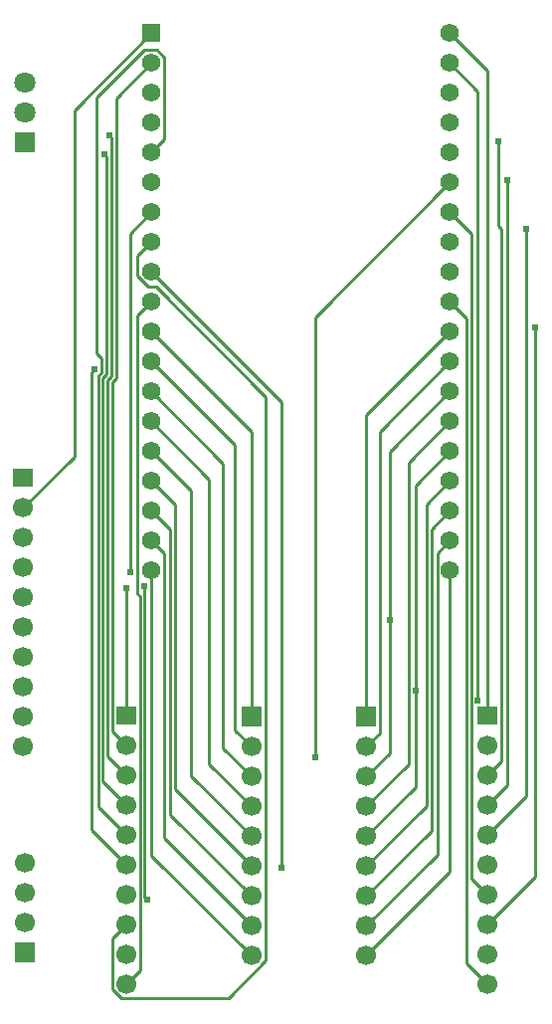
<source format=gtl>
G04 Layer: TopLayer*
G04 EasyEDA v6.5.42, 2024-02-29 16:04:18*
G04 a77a6519c85945819b4ef728552386b2,10*
G04 Gerber Generator version 0.2*
G04 Scale: 100 percent, Rotated: No, Reflected: No *
G04 Dimensions in millimeters *
G04 leading zeros omitted , absolute positions ,4 integer and 5 decimal *
%FSLAX45Y45*%
%MOMM*%

%ADD10C,0.2540*%
%ADD11R,1.8000X1.8000*%
%ADD12C,1.8000*%
%ADD13R,1.7000X1.7000*%
%ADD14C,1.7000*%
%ADD15R,1.7000X1.5748*%
%ADD16C,1.5601*%
%ADD17R,1.5601X1.5601*%
%ADD18C,0.6096*%

%LPD*%
D10*
X4635502Y4127500D02*
G01*
X4815563Y3947439D01*
X4815563Y-1538960D01*
X4953002Y-1676400D01*
X2095502Y3365500D02*
G01*
X1976376Y3246373D01*
X1976376Y883208D01*
X1996696Y862888D01*
X1996696Y-2321305D01*
X1879602Y-2438400D01*
X1879602Y-406400D02*
G01*
X1763219Y-290017D01*
X1763219Y2684576D01*
X1794182Y2715539D01*
X1794182Y5096179D01*
X2095502Y5397500D01*
X4953002Y-1930400D02*
G01*
X5362247Y-1521155D01*
X5362247Y3146755D01*
X2946402Y-2197100D02*
G01*
X2095502Y-1346200D01*
X2095502Y1079500D01*
X2095502Y1841500D02*
G01*
X2294816Y1642186D01*
X2294816Y-783513D01*
X2946402Y-1435100D01*
X2946402Y-1689100D02*
G01*
X2254023Y-996721D01*
X2254023Y1428978D01*
X2095502Y1587500D01*
X2095502Y1333500D02*
G01*
X2201572Y1227429D01*
X2201572Y-1198270D01*
X2946402Y-1943100D01*
X4953002Y-914400D02*
G01*
X5124858Y-742543D01*
X5124858Y4400143D01*
X4635502Y3365500D02*
G01*
X4774796Y3226206D01*
X4774796Y-2260193D01*
X4953002Y-2438400D01*
X4635502Y2349500D02*
G01*
X4283331Y1997329D01*
X4283331Y-568070D01*
X3924302Y-927100D01*
X3924302Y-1435100D02*
G01*
X4438957Y-920445D01*
X4438957Y1644954D01*
X4635502Y1841500D01*
X3924302Y-1689100D02*
G01*
X4479800Y-1133602D01*
X4479800Y1431797D01*
X4635502Y1587500D01*
X4635502Y1079500D02*
G01*
X4635502Y-1485900D01*
X3924302Y-2197100D01*
X4345256Y61290D02*
G01*
X4345256Y1805254D01*
X4635502Y2095500D01*
X3924302Y-1181100D02*
G01*
X4345256Y-760145D01*
X4345256Y61290D01*
X1879602Y930503D02*
G01*
X1879602Y-152400D01*
X1003302Y1612900D02*
G01*
X1440690Y2050287D01*
X1440690Y4996687D01*
X2095502Y5651500D01*
X2095502Y2857500D02*
G01*
X2805483Y2147519D01*
X2805483Y-278180D01*
X2946402Y-419100D01*
X2095502Y2349500D02*
G01*
X2588567Y1856435D01*
X2588567Y-569264D01*
X2946402Y-927100D01*
X2095502Y3111500D02*
G01*
X2946402Y2260600D01*
X2946402Y-165100D01*
X2095502Y2603500D02*
G01*
X2706728Y1992274D01*
X2706728Y-433425D01*
X2946402Y-673100D01*
X2095502Y2095500D02*
G01*
X2433474Y1757527D01*
X2433474Y-668172D01*
X2946402Y-1181100D01*
X4635502Y5397500D02*
G01*
X4874110Y5158892D01*
X4874110Y-22631D01*
X4635502Y5651500D02*
G01*
X4953002Y5334000D01*
X4953002Y-152400D01*
X3924302Y-165100D02*
G01*
X3924302Y2400300D01*
X4635502Y3111500D01*
X4635502Y2857500D02*
G01*
X4037408Y2259406D01*
X4037408Y-305993D01*
X3924302Y-419100D01*
X4121457Y662635D02*
G01*
X4121457Y-475945D01*
X3924302Y-673100D01*
X4635502Y2603500D02*
G01*
X4121457Y2089454D01*
X4121457Y662635D01*
X4635502Y1333500D02*
G01*
X4529432Y1227429D01*
X4529432Y-1337970D01*
X3924302Y-1943100D01*
X4953002Y-1168400D02*
G01*
X5283126Y-838276D01*
X5283126Y3987876D01*
X2095502Y3619500D02*
G01*
X3200199Y2514803D01*
X3200199Y-1445666D01*
X1879602Y-1168400D02*
G01*
X1640918Y-929716D01*
X1640918Y2735249D01*
X1671881Y2766212D01*
X1671881Y2882950D01*
X1628320Y2926511D01*
X1628320Y5104688D01*
X2030808Y5507177D01*
X2140435Y5507177D01*
X2204798Y5442813D01*
X2204798Y4744796D01*
X2095502Y4635500D01*
X1879602Y-660400D02*
G01*
X1722452Y-503250D01*
X1722452Y2701467D01*
X1753415Y2732430D01*
X1753415Y4762804D01*
X1734111Y4782108D01*
X1879602Y-914400D02*
G01*
X1681685Y-716483D01*
X1681685Y2718358D01*
X1712648Y2749321D01*
X1712648Y4604359D01*
X1694538Y4622469D01*
X1613334Y2790494D02*
G01*
X1587858Y2765018D01*
X1587858Y-1130655D01*
X1879602Y-1422400D01*
X2035939Y944981D02*
G01*
X2037488Y943432D01*
X2037488Y-1699615D01*
X2055243Y-1717370D01*
X2095502Y4127500D02*
G01*
X1913409Y3945407D01*
X1913409Y1067511D01*
X2095502Y3873500D02*
G01*
X1978306Y3756304D01*
X1978306Y3584778D01*
X2070585Y3492500D01*
X2133932Y3492500D01*
X3069668Y2556763D01*
X3069668Y-2238197D01*
X2749831Y-2558034D01*
X1836498Y-2558034D01*
X1763143Y-2484678D01*
X1763143Y-2046859D01*
X1879602Y-1930400D01*
X4953002Y-660400D02*
G01*
X5071264Y-542137D01*
X5071264Y3990314D01*
X5049217Y4012361D01*
X5049217Y4729784D01*
X3491003Y-511505D02*
G01*
X3491003Y3237001D01*
X4635502Y4381500D01*
D11*
G01*
X1016000Y4724400D03*
D12*
G01*
X1016000Y4978400D03*
G01*
X1015997Y5232389D03*
D13*
G01*
X3924300Y-165100D03*
D14*
G01*
X3924300Y-419100D03*
G01*
X3924300Y-673100D03*
G01*
X3924292Y-927097D03*
G01*
X3924292Y-1181097D03*
G01*
X3924300Y-1435100D03*
G01*
X3924300Y-1689100D03*
G01*
X3924300Y-1943100D03*
G01*
X3924300Y-2197100D03*
D13*
G01*
X2946400Y-165100D03*
D14*
G01*
X2946400Y-419100D03*
G01*
X2946400Y-673100D03*
G01*
X2946400Y-927100D03*
G01*
X2946400Y-1181100D03*
G01*
X2946400Y-1435100D03*
G01*
X2946400Y-1689100D03*
G01*
X2946400Y-1943100D03*
G01*
X2946400Y-2197100D03*
G01*
X4953000Y-2438400D03*
G01*
X4953000Y-2184400D03*
G01*
X4953000Y-1930400D03*
G01*
X4953000Y-1676400D03*
G01*
X4953000Y-1422400D03*
G01*
X4953000Y-1168400D03*
G01*
X4953000Y-914400D03*
G01*
X4953000Y-660400D03*
G01*
X4953000Y-406400D03*
D15*
G01*
X4953000Y-152400D03*
D14*
G01*
X1879600Y-2438400D03*
G01*
X1879600Y-2184400D03*
G01*
X1879600Y-1930400D03*
G01*
X1879600Y-1676400D03*
G01*
X1879600Y-1422400D03*
G01*
X1879600Y-1168400D03*
G01*
X1879600Y-914400D03*
G01*
X1879600Y-660400D03*
G01*
X1879600Y-406400D03*
D15*
G01*
X1879600Y-152400D03*
D16*
G01*
X4635500Y1079500D03*
G01*
X4635500Y1333500D03*
G01*
X4635500Y1587500D03*
G01*
X4635500Y1841500D03*
G01*
X4635500Y2095500D03*
G01*
X4635500Y2349500D03*
G01*
X4635500Y2603500D03*
G01*
X4635500Y2857500D03*
G01*
X4635500Y3111500D03*
G01*
X4635500Y3365500D03*
G01*
X4635500Y3619500D03*
G01*
X4635500Y3873500D03*
G01*
X4635500Y4127500D03*
G01*
X4635500Y4381500D03*
G01*
X4635500Y4635500D03*
G01*
X4635500Y4889500D03*
G01*
X4635500Y5143500D03*
G01*
X4635500Y5397500D03*
G01*
X4635500Y5651500D03*
G01*
X2095500Y1333500D03*
G01*
X2095500Y1587500D03*
G01*
X2095500Y1841500D03*
G01*
X2095500Y2095500D03*
G01*
X2095500Y2349500D03*
G01*
X2095500Y2603500D03*
G01*
X2095500Y2857500D03*
G01*
X2095500Y3111500D03*
G01*
X2095500Y3365500D03*
G01*
X2095500Y3619500D03*
G01*
X2095500Y3873500D03*
G01*
X2095500Y4127500D03*
G01*
X2095500Y4381500D03*
G01*
X2095500Y4635500D03*
G01*
X2095500Y4889500D03*
G01*
X2095500Y5143500D03*
G01*
X2095500Y1079500D03*
G01*
X2095500Y5397500D03*
D17*
G01*
X2095500Y5651500D03*
D14*
G01*
X1003300Y-419100D03*
G01*
X1003300Y-165100D03*
G01*
X1003300Y88900D03*
G01*
X1003300Y342900D03*
G01*
X1003300Y596900D03*
G01*
X1003300Y850900D03*
G01*
X1003300Y1104900D03*
G01*
X1003300Y1358900D03*
G01*
X1003300Y1612900D03*
D15*
G01*
X1003300Y1866900D03*
D13*
G01*
X1016000Y-2171700D03*
D14*
G01*
X1016000Y-1917700D03*
G01*
X1016000Y-1663700D03*
G01*
X1016000Y-1409700D03*
D18*
G01*
X3491003Y-511505D03*
G01*
X5049217Y4729784D03*
G01*
X2055243Y-1717370D03*
G01*
X2035939Y944981D03*
G01*
X1913409Y1067511D03*
G01*
X1613334Y2790494D03*
G01*
X1694538Y4622469D03*
G01*
X1734111Y4782108D03*
G01*
X3200199Y-1445666D03*
G01*
X5283126Y3987876D03*
G01*
X4121457Y662635D03*
G01*
X4874110Y-22631D03*
G01*
X1879602Y930503D03*
G01*
X4345256Y61290D03*
G01*
X5124858Y4400143D03*
G01*
X5362247Y3146755D03*
M02*

</source>
